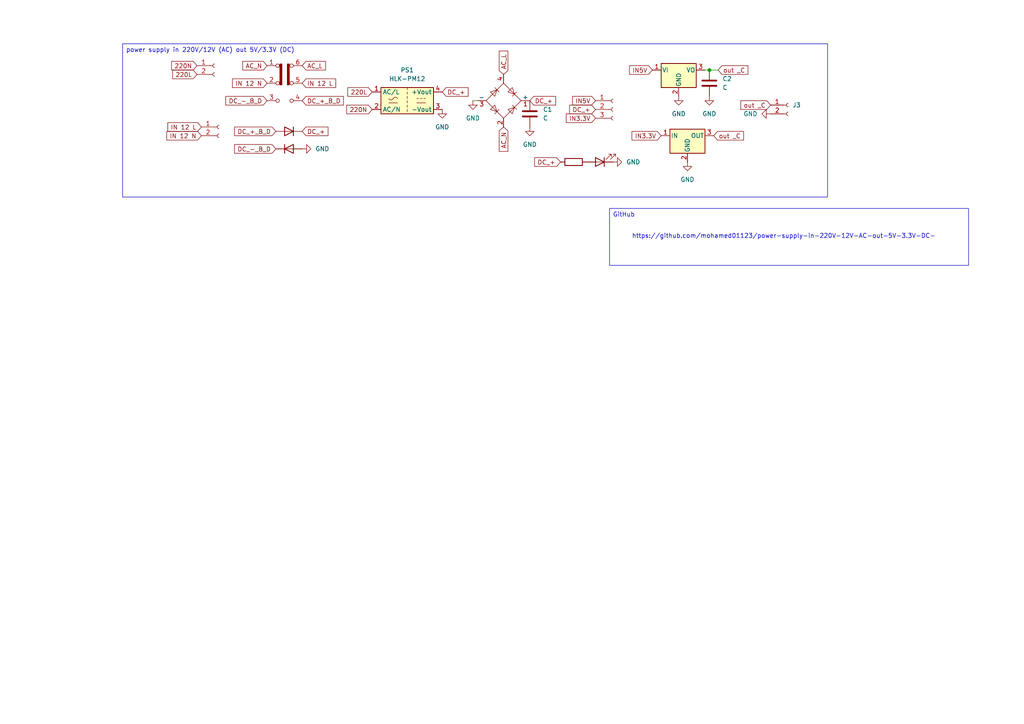
<source format=kicad_sch>
(kicad_sch (version 20250114) (generator "eeschema") (generator_version "9.0")
  (paper "A4")
  (lib_symbols
    (symbol "Connector:Conn_01x02_Socket" (pin_names (offset 1.016) (hide yes))
      (property "Reference" "J" (at 0 2.54 0))
      (property "Value" "Conn_01x02_Socket" (at 0 -5.08 0))
      (symbol "Conn_01x02_Socket_1_1"
        (polyline (pts (xy -1.27 0) (xy -0.508 0)) (stroke (width 0.1524)))
        (polyline (pts (xy -1.27 -2.54) (xy -0.508 -2.54)) (stroke (width 0.1524)))
        (arc (start 0 -0.508) (mid -0.5058 0) (end 0 0.508) (stroke (width 0.1524)))
        (arc (start 0 -3.048) (mid -0.5058 -2.54) (end 0 -2.032) (stroke (width 0.1524)))
        (pin passive line (at -5.08 0 0) (length 3.81) (name "Pin_1") (number "1"))
        (pin passive line (at -5.08 -2.54 0) (length 3.81) (name "Pin_2") (number "2"))
      )
    )
    (symbol "Connector:Conn_01x03_Socket" (pin_names (offset 1.016) (hide yes))
      (property "Reference" "J" (at 0 5.08 0))
      (property "Value" "Conn_01x03_Socket" (at 0 -5.08 0))
      (symbol "Conn_01x03_Socket_1_1"
        (polyline (pts (xy -1.27 2.54) (xy -0.508 2.54)) (stroke (width 0.1524)))
        (polyline (pts (xy -1.27 0) (xy -0.508 0)) (stroke (width 0.1524)))
        (polyline (pts (xy -1.27 -2.54) (xy -0.508 -2.54)) (stroke (width 0.1524)))
        (arc (start 0 2.032) (mid -0.5058 2.54) (end 0 3.048) (stroke (width 0.1524)))
        (arc (start 0 -0.508) (mid -0.5058 0) (end 0 0.508) (stroke (width 0.1524)))
        (arc (start 0 -3.048) (mid -0.5058 -2.54) (end 0 -2.032) (stroke (width 0.1524)))
        (pin passive line (at -5.08 2.54 0) (length 3.81) (name "Pin_1") (number "1"))
        (pin passive line (at -5.08 0 0) (length 3.81) (name "Pin_2") (number "2"))
        (pin passive line (at -5.08 -2.54 0) (length 3.81) (name "Pin_3") (number "3"))
      )
    )
    (symbol "Converter_ACDC:HLK-PM12"
      (property "Reference" "PS" (at 0 5.08 0))
      (property "Value" "HLK-PM12" (at 0 -5.08 0))
      (symbol "HLK-PM12_0_1"
        (rectangle (start -7.62 3.81) (end 7.62 -3.81) (stroke (width 0.254)) (fill (type background)))
        (polyline (pts (xy -5.334 -0.635) (xy -2.794 -0.635)))
        (arc (start -4.064 0.635) (mid -4.699 0.2495) (end -5.334 0.635))
        (arc (start -4.064 0.635) (mid -3.429 1.0072) (end -2.794 0.635))
        (polyline (pts (xy 0 3.81) (xy 0 3.175)))
        (polyline (pts (xy 0 2.54) (xy 0 1.905)))
        (polyline (pts (xy 0 1.27) (xy 0 0.635)))
        (polyline (pts (xy 0 0) (xy 0 -0.635)))
        (polyline (pts (xy 0 -1.27) (xy 0 -1.905)))
        (polyline (pts (xy 0 -2.54) (xy 0 -3.175)))
        (polyline (pts (xy 2.794 0.635) (xy 3.302 0.635)))
        (polyline (pts (xy 2.794 -0.635) (xy 5.334 -0.635)))
        (polyline (pts (xy 3.81 0.635) (xy 4.318 0.635)))
        (polyline (pts (xy 4.826 0.635) (xy 5.334 0.635)))
      )
      (symbol "HLK-PM12_1_1"
        (pin power_in line (at -10.16 2.54 0) (length 2.54) (name "AC/L") (number "1"))
        (pin power_in line (at -10.16 -2.54 0) (length 2.54) (name "AC/N") (number "2"))
        (pin power_out line (at 10.16 2.54 180) (length 2.54) (name "+Vout") (number "4"))
        (pin power_out line (at 10.16 -2.54 180) (length 2.54) (name "-Vout") (number "3"))
      )
    )
    (symbol "Device:C" (pin_numbers (hide yes)) (pin_names (offset 0.254))
      (property "Reference" "C" (at 0.635 2.54 0))
      (property "Value" "C" (at 0.635 -2.54 0))
      (symbol "C_0_1"
        (polyline (pts (xy -2.032 0.762) (xy 2.032 0.762)) (stroke (width 0.508)))
        (polyline (pts (xy -2.032 -0.762) (xy 2.032 -0.762)) (stroke (width 0.508)))
      )
      (symbol "C_1_1"
        (pin passive line (at 0 3.81 270) (length 2.794) (name "~") (number "1"))
        (pin passive line (at 0 -3.81 90) (length 2.794) (name "~") (number "2"))
      )
    )
    (symbol "Device:D" (pin_numbers (hide yes)) (pin_names (offset 1.016) (hide yes))
      (property "Reference" "D" (at 0 2.54 0))
      (property "Value" "D" (at 0 -2.54 0))
      (symbol "D_0_1"
        (polyline (pts (xy -1.27 1.27) (xy -1.27 -1.27)) (stroke (width 0.254)))
        (polyline (pts (xy 1.27 1.27) (xy 1.27 -1.27) (xy -1.27 0) (xy 1.27 1.27)) (stroke (width 0.254)))
        (polyline (pts (xy 1.27 0) (xy -1.27 0)))
      )
      (symbol "D_1_1"
        (pin passive line (at -3.81 0 0) (length 2.54) (name "K") (number "1"))
        (pin passive line (at 3.81 0 180) (length 2.54) (name "A") (number "2"))
      )
    )
    (symbol "Device:LED" (pin_numbers (hide yes)) (pin_names (offset 1.016) (hide yes))
      (property "Reference" "D" (at 0 2.54 0))
      (property "Value" "LED" (at 0 -2.54 0))
      (symbol "LED_0_1"
        (polyline (pts (xy -3.048 -0.762) (xy -4.572 -2.286) (xy -3.81 -2.286) (xy -4.572 -2.286) (xy -4.572 -1.524)))
        (polyline (pts (xy -1.778 -0.762) (xy -3.302 -2.286) (xy -2.54 -2.286) (xy -3.302 -2.286) (xy -3.302 -1.524)))
        (polyline (pts (xy -1.27 0) (xy 1.27 0)))
        (polyline (pts (xy -1.27 -1.27) (xy -1.27 1.27)) (stroke (width 0.254)))
        (polyline (pts (xy 1.27 -1.27) (xy 1.27 1.27) (xy -1.27 0) (xy 1.27 -1.27)) (stroke (width 0.254)))
      )
      (symbol "LED_1_1"
        (pin passive line (at -3.81 0 0) (length 2.54) (name "K") (number "1"))
        (pin passive line (at 3.81 0 180) (length 2.54) (name "A") (number "2"))
      )
    )
    (symbol "Device:R" (pin_numbers (hide yes)) (pin_names (offset 0))
      (property "Reference" "R" (at 2.032 0 90))
      (property "Value" "R" (at 0 0 90))
      (symbol "R_0_1"
        (rectangle (start -1.016 -2.54) (end 1.016 2.54) (stroke (width 0.254)))
      )
      (symbol "R_1_1"
        (pin passive line (at 0 3.81 270) (length 1.27) (name "~") (number "1"))
        (pin passive line (at 0 -3.81 90) (length 1.27) (name "~") (number "2"))
      )
    )
    (symbol "Diode_Bridge:W01G" (pin_names (offset 0))
      (property "Reference" "D" (at 2.54 6.985 0))
      (property "Value" "W01G" (at 2.54 5.08 0))
      (symbol "W01G_0_1"
        (polyline (pts (xy -5.08 0) (xy 0 -5.08) (xy 5.08 0) (xy 0 5.08) (xy -5.08 0)))
        (polyline (pts (xy -3.81 2.54) (xy -2.54 1.27) (xy -1.905 3.175) (xy -3.81 2.54)))
        (polyline (pts (xy -2.54 3.81) (xy -1.27 2.54)))
        (polyline (pts (xy -2.54 -1.27) (xy -3.81 -2.54) (xy -1.905 -3.175) (xy -2.54 -1.27)))
        (polyline (pts (xy -1.27 -2.54) (xy -2.54 -3.81)))
        (polyline (pts (xy 1.27 2.54) (xy 2.54 3.81) (xy 3.175 1.905) (xy 1.27 2.54)))
        (polyline (pts (xy 2.54 1.27) (xy 3.81 2.54)))
        (polyline (pts (xy 2.54 -1.27) (xy 3.81 -2.54)))
        (polyline (pts (xy 3.175 -1.905) (xy 1.27 -2.54) (xy 2.54 -3.81) (xy 3.175 -1.905)))
      )
      (symbol "W01G_1_1"
        (pin passive line (at -7.62 0 0) (length 2.54) (name "-") (number "3"))
        (pin passive line (at 0 7.62 270) (length 2.54) (name "~") (number "4"))
        (pin passive line (at 0 -7.62 90) (length 2.54) (name "~") (number "2"))
        (pin passive line (at 7.62 0 180) (length 2.54) (name "+") (number "1"))
      )
    )
    (symbol "Regulator_Linear:LM7805_TO220" (pin_names (offset 0.254))
      (property "Reference" "U" (at -3.81 3.175 0))
      (property "Value" "LM7805_TO220" (at 0 3.175 0))
      (symbol "LM7805_TO220_0_1"
        (rectangle (start -5.08 1.905) (end 5.08 -5.08) (stroke (width 0.254)) (fill (type background)))
      )
      (symbol "LM7805_TO220_1_1"
        (pin power_in line (at -7.62 0 0) (length 2.54) (name "VI") (number "1"))
        (pin power_in line (at 0 -7.62 90) (length 2.54) (name "GND") (number "2"))
        (pin power_out line (at 7.62 0 180) (length 2.54) (name "VO") (number "3"))
      )
    )
    (symbol "Regulator_Switching:R-783.3-1.0" (pin_names (offset 0.254))
      (property "Reference" "U" (at -3.81 3.175 0))
      (property "Value" "R-783.3-1.0" (at 0 3.175 0))
      (symbol "R-783.3-1.0_0_1"
        (rectangle (start -5.08 1.905) (end 5.08 -5.08) (stroke (width 0.254)) (fill (type background)))
      )
      (symbol "R-783.3-1.0_1_1"
        (pin power_in line (at -7.62 0 0) (length 2.54) (name "IN") (number "1"))
        (pin power_in line (at 0 -7.62 90) (length 2.54) (name "GND") (number "2"))
        (pin power_out line (at 7.62 0 180) (length 2.54) (name "OUT") (number "3"))
      )
    )
    (symbol "Switch:SW_Slide_DPDT" (pin_names (offset 0) (hide yes))
      (property "Reference" "SW" (at 0 6.858 0))
      (property "Value" "SW_Slide_DPDT" (at 0 -8.128 0))
      (symbol "SW_Slide_DPDT_0_0"
        (circle (center -2.032 5.08) (radius 0.508))
        (circle (center -2.032 -5.08) (radius 0.508))
        (circle (center 2.032 0) (radius 0.508))
        (circle (center 2.032 -5.08) (radius 0.508))
      )
      (symbol "SW_Slide_DPDT_0_1"
        (circle (center -2.032 0) (radius 0.508))
        (circle (center 2.032 5.08) (radius 0.508))
      )
      (symbol "SW_Slide_DPDT_1_1"
        (rectangle (start -1.397 5.588) (end -0.762 -0.508) (fill (type outline)))
        (rectangle (start 0.762 5.588) (end 1.397 -0.508) (fill (type outline)))
        (pin passive line (at -5.08 5.08 0) (length 2.54) (name "A") (number "1"))
        (pin passive line (at -5.08 0 0) (length 2.54) (name "B") (number "2"))
        (pin passive line (at -5.08 -5.08 0) (length 2.54) (name "C") (number "3"))
        (pin passive line (at 5.08 5.08 180) (length 2.54) (name "C") (number "6"))
        (pin passive line (at 5.08 0 180) (length 2.54) (name "B") (number "5"))
        (pin passive line (at 5.08 -5.08 180) (length 2.54) (name "A") (number "4"))
      )
    )
    (symbol "power:GND" (power) (pin_numbers (hide yes)) (pin_names (offset 0) (hide yes))
      (property "Value" "GND" (at 0 -3.81 0))
      (symbol "GND_0_1"
        (polyline (pts (xy 0 0) (xy 0 -1.27) (xy 1.27 -1.27) (xy 0 -2.54) (xy -1.27 -1.27) (xy 0 -1.27)))
      )
      (symbol "GND_1_1"
        (pin power_in line (at 0 0 270) (length 0) (name "~") (number "1"))
      )
    )
  )
  (text "https://github.com/mohamed01123/power-supply-in-220V-12V-AC-out-5V-3.3V-DC-" (at 227.33 68.58 0) (effects (font (size 1.27 1.27))))
  (text_box "power supply in 220V/12V (AC) out 5V/3.3V (DC)" (at 35.56 12.7 0) (size 204.47 44.45) (margins 0.9525 0.9525 0.9525 0.9525) (effects (font (size 1.27 1.27)) (justify left top)))
  (text_box "GitHub" (at 176.784 60.452 0) (size 104.14 16.51) (margins 0.9525 0.9525 0.9525 0.9525) (effects (font (size 1.27 1.27)) (justify left top)))
  (junction (at 205.74 20.32))
  (wire (pts (xy 205.74 20.32) (xy 204.47 20.32)))
  (wire (pts (xy 208.28 20.32) (xy 205.74 20.32)))
  (wire (pts (xy 137.16 29.21) (xy 138.43 29.21)))
  (global_label "IN5V" (shape input) (at 189.23 20.32 180) (property "Intersheetrefs" "${INTERSHEET_REFS}" (effects (hide yes))))
  (global_label "out _C" (shape input) (at 208.28 20.32 0) (property "Intersheetrefs" "${INTERSHEET_REFS}" (effects (hide yes))))
  (global_label "DC_+_B_D" (shape input) (at 87.63 29.21 0) (property "Intersheetrefs" "${INTERSHEET_REFS}" (effects (hide yes))))
  (global_label "out _C" (shape input) (at 207.01 39.37 0) (property "Intersheetrefs" "${INTERSHEET_REFS}" (effects (hide yes))))
  (global_label "DC_+" (shape input) (at 162.56 46.99 180) (property "Intersheetrefs" "${INTERSHEET_REFS}" (effects (hide yes))))
  (global_label "220L" (shape input) (at 107.95 26.67 180) (property "Intersheetrefs" "${INTERSHEET_REFS}" (effects (hide yes))))
  (global_label "DC_+" (shape input) (at 153.67 29.21 0) (property "Intersheetrefs" "${INTERSHEET_REFS}" (effects (hide yes))))
  (global_label "220N" (shape input) (at 107.95 31.75 180) (property "Intersheetrefs" "${INTERSHEET_REFS}" (effects (hide yes))))
  (global_label "IN 12 N" (shape input) (at 58.42 39.37 180) (property "Intersheetrefs" "${INTERSHEET_REFS}" (effects (hide yes))))
  (global_label "DC_+" (shape input) (at 87.63 38.1 0) (property "Intersheetrefs" "${INTERSHEET_REFS}" (effects (hide yes))))
  (global_label "220L" (shape input) (at 57.15 21.59 180) (property "Intersheetrefs" "${INTERSHEET_REFS}" (effects (hide yes))))
  (global_label "out _C" (shape input) (at 223.52 30.48 180) (property "Intersheetrefs" "${INTERSHEET_REFS}" (effects (hide yes))))
  (global_label "220N" (shape input) (at 57.15 19.05 180) (property "Intersheetrefs" "${INTERSHEET_REFS}" (effects (hide yes))))
  (global_label "DC_+" (shape input) (at 172.72 31.75 180) (property "Intersheetrefs" "${INTERSHEET_REFS}" (effects (hide yes))))
  (global_label "IN 12 N" (shape input) (at 77.47 24.13 180) (property "Intersheetrefs" "${INTERSHEET_REFS}" (effects (hide yes))))
  (global_label "AC_N" (shape input) (at 77.47 19.05 180) (property "Intersheetrefs" "${INTERSHEET_REFS}" (effects (hide yes))))
  (global_label "IN5V" (shape input) (at 172.72 29.21 180) (property "Intersheetrefs" "${INTERSHEET_REFS}" (effects (hide yes))))
  (global_label "DC_-_B_D" (shape input) (at 80.01 43.18 180) (property "Intersheetrefs" "${INTERSHEET_REFS}" (effects (hide yes))))
  (global_label "IN 12 L" (shape input) (at 87.63 24.13 0) (property "Intersheetrefs" "${INTERSHEET_REFS}" (effects (hide yes))))
  (global_label "IN3.3V" (shape input) (at 172.72 34.29 180) (property "Intersheetrefs" "${INTERSHEET_REFS}" (effects (hide yes))))
  (global_label "DC_-_B_D" (shape input) (at 77.47 29.21 180) (property "Intersheetrefs" "${INTERSHEET_REFS}" (effects (hide yes))))
  (global_label "AC_L" (shape input) (at 87.63 19.05 0) (property "Intersheetrefs" "${INTERSHEET_REFS}" (effects (hide yes))))
  (global_label "AC_L" (shape input) (at 146.05 21.59 90) (property "Intersheetrefs" "${INTERSHEET_REFS}" (effects (hide yes))))
  (global_label "IN3.3V" (shape input) (at 191.77 39.37 180) (property "Intersheetrefs" "${INTERSHEET_REFS}" (effects (hide yes))))
  (global_label "DC_+" (shape input) (at 128.27 26.67 0) (property "Intersheetrefs" "${INTERSHEET_REFS}" (effects (hide yes))))
  (global_label "DC_+_B_D" (shape input) (at 80.01 38.1 180) (property "Intersheetrefs" "${INTERSHEET_REFS}" (effects (hide yes))))
  (global_label "AC_N" (shape input) (at 146.05 36.83 270) (property "Intersheetrefs" "${INTERSHEET_REFS}" (effects (hide yes))))
  (global_label "IN 12 L" (shape input) (at 58.42 36.83 180) (property "Intersheetrefs" "${INTERSHEET_REFS}" (effects (hide yes))))
  (symbol (lib_id "Connector:Conn_01x02_Socket") (at 228.6 30.48 0) (unit 1)
    (property "Reference" "J3" (at 229.87 30.4799 0) (effects (justify left)))
    (property "Value" "Conn_01x02_Socket" (effects (hide yes)))
    (property "Footprint" "TerminalBlock_Phoenix:TerminalBlock_Phoenix_MKDS-1,5-2-5.08_1x02_P5.08mm_Horizontal" (effects (hide yes)))
    (property "Description" "Generic connector, single row, 01x02, script generated" (effects (hide yes)))
  )
  (symbol (lib_id "Connector:Conn_01x02_Socket") (at 62.23 19.05 0) (unit 1)
    (property "Reference" "J4" (effects (hide yes)))
    (property "Value" "Conn_01x02_Socket" (effects (hide yes)))
    (property "Footprint" "TerminalBlock_Phoenix:TerminalBlock_Phoenix_MKDS-1,5-2-5.08_1x02_P5.08mm_Horizontal" (effects (hide yes)))
    (property "Description" "Generic connector, single row, 01x02, script generated" (effects (hide yes)))
  )
  (symbol (lib_id "power:GND") (at 205.74 27.94 0) (unit 1)
    (property "Reference" "#PWR07" (effects (hide yes)))
    (property "Value" "GND" (at 205.74 33.02 0))
    (property "Description" "Power symbol creates a global label with name \"GND\" , ground" (effects (hide yes)))
  )
  (symbol (lib_id "Device:D") (at 83.82 43.18 0) (unit 1)
    (property "Reference" "D1" (effects (hide yes)))
    (property "Value" "D" (effects (hide yes)))
    (property "Footprint" "Diode_THT:D_A-405_P7.62mm_Horizontal" (effects (hide yes)))
    (property "Description" "Diode" (effects (hide yes)))
    (property "Sim.Device" "D" (effects (hide yes)))
    (property "Sim.Pins" "1=K 2=A" (effects (hide yes)))
  )
  (symbol (lib_id "power:GND") (at 87.63 43.18 90) (unit 1)
    (property "Reference" "#PWR08" (effects (hide yes)))
    (property "Value" "GND" (at 91.44 43.1799 90) (effects (justify right)))
    (property "Description" "Power symbol creates a global label with name \"GND\" , ground" (effects (hide yes)))
  )
  (symbol (lib_id "power:GND") (at 199.39 46.99 0) (unit 1)
    (property "Reference" "#PWR04" (effects (hide yes)))
    (property "Value" "GND" (at 199.39 52.07 0))
    (property "Description" "Power symbol creates a global label with name \"GND\" , ground" (effects (hide yes)))
  )
  (symbol (lib_id "power:GND") (at 223.52 33.02 270) (unit 1)
    (property "Reference" "#PWR06" (effects (hide yes)))
    (property "Value" "GND" (at 219.71 33.0199 90) (effects (justify right)))
    (property "Description" "Power symbol creates a global label with name \"GND\" , ground" (effects (hide yes)))
  )
  (symbol (lib_id "Switch:SW_Slide_DPDT") (at 82.55 24.13 0) (unit 1)
    (property "Reference" "SW3" (effects (hide yes)))
    (property "Value" "SW_Slide_DPDT" (effects (hide yes)))
    (property "Footprint" "Button_Switch_THT:SW_CK_JS202011CQN_DPDT_Straight" (effects (hide yes)))
    (property "Description" "Slide Switch, dual pole double throw" (effects (hide yes)))
  )
  (symbol (lib_id "Connector:Conn_01x02_Socket") (at 63.5 36.83 0) (unit 1)
    (property "Reference" "J1" (effects (hide yes)))
    (property "Value" "Conn_01x02_Socket" (effects (hide yes)))
    (property "Footprint" "TerminalBlock_Phoenix:TerminalBlock_Phoenix_MKDS-1,5-2-5.08_1x02_P5.08mm_Horizontal" (effects (hide yes)))
    (property "Description" "Generic connector, single row, 01x02, script generated" (effects (hide yes)))
  )
  (symbol (lib_id "Device:C") (at 205.74 24.13 0) (unit 1)
    (property "Reference" "C2" (at 209.55 22.8599 0) (effects (justify left)))
    (property "Value" "C" (at 209.55 25.3999 0) (effects (justify left)))
    (property "Footprint" "Capacitor_THT:CP_Radial_D4.0mm_P1.50mm" (effects (hide yes)))
    (property "Description" "Unpolarized capacitor" (effects (hide yes)))
  )
  (symbol (lib_id "Diode_Bridge:W01G") (at 146.05 29.21 0) (unit 1)
    (property "Reference" "D2" (effects (hide yes)))
    (property "Value" "W01G" (effects (hide yes)))
    (property "Footprint" "Diode_THT:Diode_Bridge_Round_D9.8mm" (effects (hide yes)))
    (property "Datasheet" "https://www.vishay.com/docs/88769/woo5g.pdf" (effects (hide yes)))
    (property "Description" "Glass Passivated Single-Phase Bridge Rectifier, 70V Vrms, 1.5A If, WOG package" (effects (hide yes)))
  )
  (symbol (lib_id "power:GND") (at 196.85 27.94 0) (unit 1)
    (property "Reference" "#PWR03" (effects (hide yes)))
    (property "Value" "GND" (at 196.85 33.02 0))
    (property "Description" "Power symbol creates a global label with name \"GND\" , ground" (effects (hide yes)))
  )
  (symbol (lib_id "power:GND") (at 177.8 46.99 90) (unit 1)
    (property "Reference" "#PWR05" (effects (hide yes)))
    (property "Value" "GND" (at 181.61 46.9901 90) (effects (justify right)))
    (property "Description" "Power symbol creates a global label with name \"GND\" , ground" (effects (hide yes)))
  )
  (symbol (lib_id "Regulator_Switching:R-783.3-1.0") (at 199.39 39.37 0) (unit 1)
    (property "Reference" "U2" (effects (hide yes)))
    (property "Value" "R-783.3-1.0" (effects (hide yes)))
    (property "Footprint" "Converter_DCDC:Converter_DCDC_RECOM_R-78E-0.5_THT" (effects (hide yes)))
    (property "Datasheet" "https://www.recom-power.com/pdf/Innoline/R-78xx-1.0.pdf" (effects (hide yes)))
    (property "Description" "1A Step-Down DC/DC-Regulator, 4.75-18V input, 3.3V fixed Output Voltage, LM78xx replacement, -40°C to +85°C, SIP3" (effects (hide yes)))
  )
  (symbol (lib_id "Device:R") (at 166.37 46.99 270) (unit 1)
    (property "Reference" "R1" (effects (hide yes)))
    (property "Value" "330" (effects (hide yes)))
    (property "Footprint" "Resistor_THT:R_Axial_DIN0207_L6.3mm_D2.5mm_P7.62mm_Horizontal" (effects (hide yes)))
    (property "Description" "Resistor" (effects (hide yes)))
  )
  (symbol (lib_id "power:GND") (at 153.67 36.83 0) (unit 1)
    (property "Reference" "#PWR02" (effects (hide yes)))
    (property "Value" "GND" (at 153.67 41.91 0))
    (property "Description" "Power symbol creates a global label with name \"GND\" , ground" (effects (hide yes)))
  )
  (symbol (lib_id "power:GND") (at 128.27 31.75 0) (unit 1)
    (property "Reference" "#PWR09" (effects (hide yes)))
    (property "Value" "GND" (at 128.27 36.83 0))
    (property "Description" "Power symbol creates a global label with name \"GND\" , ground" (effects (hide yes)))
  )
  (symbol (lib_id "power:GND") (at 137.16 29.21 0) (unit 1)
    (property "Reference" "#PWR01" (effects (hide yes)))
    (property "Value" "GND" (at 137.16 34.29 0))
    (property "Description" "Power symbol creates a global label with name \"GND\" , ground" (effects (hide yes)))
  )
  (symbol (lib_id "Connector:Conn_01x03_Socket") (at 177.8 31.75 0) (unit 1)
    (property "Reference" "J2" (effects (hide yes)))
    (property "Value" "Conn_01x03_Socket" (effects (hide yes)))
    (property "Footprint" "Connector_PinHeader_2.54mm:PinHeader_1x03_P2.54mm_Vertical" (effects (hide yes)))
    (property "Description" "Generic connector, single row, 01x03, script generated" (effects (hide yes)))
  )
  (symbol (lib_id "Converter_ACDC:HLK-PM12") (at 118.11 29.21 0) (unit 1)
    (property "Reference" "PS1" (at 118.11 20.32 0))
    (property "Value" "HLK-PM12" (at 118.11 22.86 0))
    (property "Footprint" "Converter_ACDC:Converter_ACDC_Hi-Link_HLK-PMxx" (effects (hide yes)))
    (property "Datasheet" "https://h.hlktech.com/download/ACDC%E7%94%B5%E6%BA%90%E6%A8%A1%E5%9D%973W%E7%B3%BB%E5%88%97/1/%E6%B5%B7%E5%87%8C%E7%A7%913W%E7%B3%BB%E5%88%97%E7%94%B5%E6%BA%90%E6%A8%A1%E5%9D%97%E8%A7%84%E6%A0%BC%E4%B9%A6V2.8.pdf" (effects (hide yes)))
    (property "Description" "Compact AC/DC board mount power module 3W 12V" (effects (hide yes)))
  )
  (symbol (lib_id "Regulator_Linear:LM7805_TO220") (at 196.85 20.32 0) (unit 1)
    (property "Reference" "U1" (effects (hide yes)))
    (property "Value" "LM7805_TO220" (effects (hide yes)))
    (property "Footprint" "Package_TO_SOT_THT:TO-220-3_Vertical" (effects (hide yes)))
    (property "Datasheet" "https://www.onsemi.cn/PowerSolutions/document/MC7800-D.PDF" (effects (hide yes)))
    (property "Description" "Positive 1A 35V Linear Regulator, Fixed Output 5V, TO-220" (effects (hide yes)))
  )
  (symbol (lib_id "Device:C") (at 153.67 33.02 0) (unit 1)
    (property "Reference" "C1" (at 157.48 31.7499 0) (effects (justify left)))
    (property "Value" "C" (at 157.48 34.2899 0) (effects (justify left)))
    (property "Footprint" "Capacitor_THT:CP_Radial_D4.0mm_P1.50mm" (effects (hide yes)))
    (property "Description" "Unpolarized capacitor" (effects (hide yes)))
  )
  (symbol (lib_id "Device:LED") (at 173.99 46.99 180) (unit 1)
    (property "Reference" "D3" (effects (hide yes)))
    (property "Value" "LED" (effects (hide yes)))
    (property "Footprint" "LED_THT:LED_D3.0mm" (effects (hide yes)))
    (property "Description" "Light emitting diode" (effects (hide yes)))
    (property "Sim.Pins" "1=K 2=A" (effects (hide yes)))
  )
  (symbol (lib_id "Device:D") (at 83.82 38.1 180) (unit 1)
    (property "Reference" "D4" (effects (hide yes)))
    (property "Value" "D" (effects (hide yes)))
    (property "Footprint" "Diode_THT:D_A-405_P7.62mm_Horizontal" (effects (hide yes)))
    (property "Description" "Diode" (effects (hide yes)))
    (property "Sim.Device" "D" (effects (hide yes)))
    (property "Sim.Pins" "1=K 2=A" (effects (hide yes)))
  )
)
</source>
